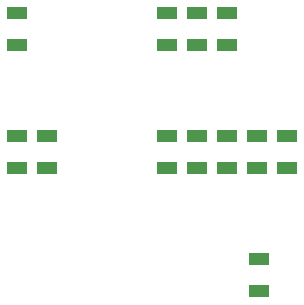
<source format=gbp>
G04*
G04 #@! TF.GenerationSoftware,Altium Limited,Altium Designer,20.0.7 (75)*
G04*
G04 Layer_Color=128*
%FSLAX44Y44*%
%MOMM*%
G71*
G01*
G75*
%ADD15R,1.7000X1.1000*%
D15*
X731520Y371640D02*
D03*
Y344640D02*
D03*
X679450Y475780D02*
D03*
Y448780D02*
D03*
X654050Y475780D02*
D03*
Y448780D02*
D03*
Y579920D02*
D03*
Y552920D02*
D03*
X679450Y579920D02*
D03*
Y552920D02*
D03*
X704850Y579920D02*
D03*
Y552920D02*
D03*
X755650Y448780D02*
D03*
Y475780D02*
D03*
X730250Y448780D02*
D03*
Y475780D02*
D03*
X704850Y448780D02*
D03*
Y475780D02*
D03*
X527050Y552920D02*
D03*
Y579920D02*
D03*
X552450Y448780D02*
D03*
Y475780D02*
D03*
X527050D02*
D03*
Y448780D02*
D03*
M02*

</source>
